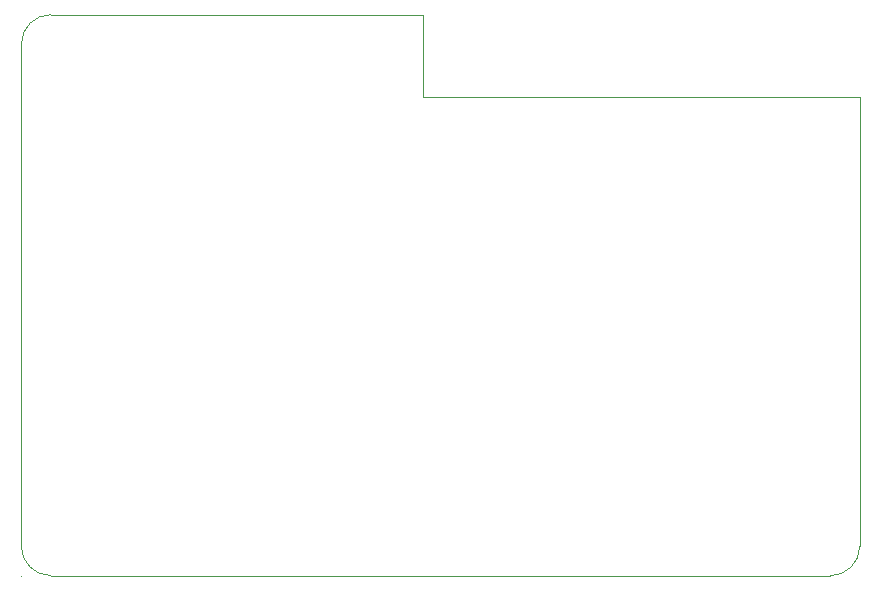
<source format=gbr>
%TF.GenerationSoftware,KiCad,Pcbnew,9.0.0*%
%TF.CreationDate,2025-02-26T09:32:18-04:00*%
%TF.ProjectId,PCB_Control_de_motor,5043425f-436f-46e7-9472-6f6c5f64655f,rev?*%
%TF.SameCoordinates,Original*%
%TF.FileFunction,Profile,NP*%
%FSLAX46Y46*%
G04 Gerber Fmt 4.6, Leading zero omitted, Abs format (unit mm)*
G04 Created by KiCad (PCBNEW 9.0.0) date 2025-02-26 09:32:18*
%MOMM*%
%LPD*%
G01*
G04 APERTURE LIST*
%TA.AperFunction,Profile*%
%ADD10C,0.050000*%
%TD*%
G04 APERTURE END LIST*
D10*
X190000000Y-115000000D02*
X190000000Y-77000000D01*
X153000000Y-77000000D02*
X190000000Y-77000000D01*
X119000000Y-117500000D02*
X119000000Y-117500000D01*
X190000000Y-115000000D02*
G75*
G02*
X187500000Y-117500000I-2500000J0D01*
G01*
X121500000Y-117500000D02*
X187500000Y-117500000D01*
X119000000Y-72500000D02*
X119000000Y-115000000D01*
X153000000Y-70000000D02*
X153000000Y-77000000D01*
X121500000Y-117500000D02*
G75*
G02*
X119000000Y-115000000I0J2500000D01*
G01*
X119000000Y-72500000D02*
G75*
G02*
X121500000Y-70000000I2500000J0D01*
G01*
X121500000Y-70000000D02*
X153000000Y-70000000D01*
M02*

</source>
